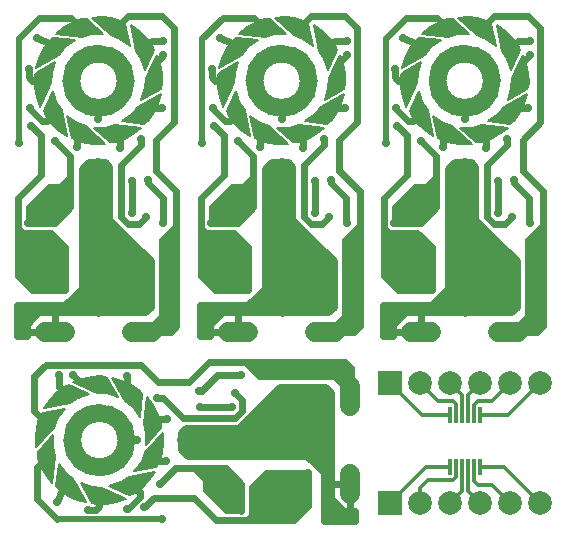
<source format=gbr>
%FSLAX34Y34*%
%MOMM*%
%LNCOPPER_TOP*%
G71*
G01*
%ADD10C, 2.000*%
%ADD11R, 0.300X1.450*%
%ADD12C, 0.300*%
%ADD13C, 0.700*%
%ADD14C, 0.600*%
%ADD15C, 1.700*%
%ADD16C, 0.500*%
%ADD17C, 0.150*%
%ADD18R, 0.900X0.900*%
%ADD19C, 1.500*%
%LPD*%
G36*
X345597Y-461325D02*
X365597Y-461325D01*
X365597Y-481325D01*
X345597Y-481325D01*
X345597Y-461325D01*
G37*
X380997Y-471325D02*
G54D10*
D03*
X406397Y-471325D02*
G54D10*
D03*
X431797Y-471325D02*
G54D10*
D03*
X457197Y-471325D02*
G54D10*
D03*
X457197Y-369725D02*
G54D10*
D03*
X431797Y-369725D02*
G54D10*
D03*
X406397Y-369725D02*
G54D10*
D03*
X380997Y-369725D02*
G54D10*
D03*
G36*
X345597Y-359725D02*
X365597Y-359725D01*
X365597Y-379725D01*
X345597Y-379725D01*
X345597Y-359725D01*
G37*
X406600Y-441000D02*
G54D11*
D03*
X406600Y-397000D02*
G54D11*
D03*
X411600Y-441000D02*
G54D11*
D03*
X411600Y-397000D02*
G54D11*
D03*
X416600Y-441000D02*
G54D11*
D03*
X416600Y-397000D02*
G54D11*
D03*
X421600Y-441000D02*
G54D11*
D03*
X421600Y-397000D02*
G54D11*
D03*
X426600Y-441000D02*
G54D11*
D03*
X426600Y-397000D02*
G54D11*
D03*
X431600Y-441000D02*
G54D11*
D03*
X431600Y-397000D02*
G54D11*
D03*
X482597Y-471325D02*
G54D10*
D03*
X482597Y-369725D02*
G54D10*
D03*
G54D12*
X406600Y-441000D02*
X385922Y-441000D01*
X355597Y-471325D01*
G54D12*
X411600Y-441000D02*
X411600Y-449400D01*
X409000Y-452000D01*
X388000Y-452000D01*
X381000Y-459000D01*
X380997Y-471325D01*
G54D12*
X416600Y-441000D02*
X416600Y-461122D01*
X406397Y-471325D01*
G54D12*
X421600Y-441000D02*
X421600Y-461128D01*
X431797Y-471325D01*
G54D12*
X426600Y-441000D02*
X426600Y-452600D01*
X430000Y-456000D01*
X441872Y-456000D01*
X457197Y-471325D01*
G54D12*
X431600Y-441000D02*
X452272Y-441000D01*
X482597Y-471325D01*
G54D12*
X431600Y-397000D02*
X455322Y-397000D01*
X482597Y-369725D01*
G54D12*
X426600Y-397000D02*
X426600Y-388400D01*
X430000Y-385000D01*
X441922Y-385000D01*
X457197Y-369725D01*
G54D12*
X421600Y-397000D02*
X421600Y-379922D01*
X431797Y-369725D01*
G54D12*
X416600Y-397000D02*
X416600Y-379928D01*
X406397Y-369725D01*
G54D12*
X411600Y-397000D02*
X411600Y-387600D01*
X409000Y-385000D01*
X396272Y-385000D01*
X380997Y-369725D01*
G54D12*
X406600Y-397000D02*
X382872Y-397000D01*
X355597Y-369725D01*
X109000Y-146000D02*
G54D13*
D03*
X164000Y-80000D02*
G54D13*
D03*
G54D14*
X147000Y-87000D02*
X154000Y-80000D01*
X164000Y-80000D01*
X164000Y-92000D02*
G54D13*
D03*
X163000Y-137000D02*
G54D13*
D03*
G54D14*
X147000Y-141000D02*
X151000Y-137000D01*
X163000Y-137000D01*
G54D14*
X109000Y-146000D02*
X109000Y-137000D01*
X127000Y-171000D02*
G54D13*
D03*
X91000Y-170000D02*
G54D13*
D03*
G54D14*
X123000Y-158000D02*
X127000Y-162000D01*
X127000Y-171000D01*
G54D14*
X95000Y-158000D02*
X91000Y-162000D01*
X91000Y-170000D01*
X51000Y-137000D02*
G54D13*
D03*
X50000Y-104000D02*
G54D13*
D03*
X57000Y-78000D02*
G54D13*
D03*
G54D14*
X72000Y-87000D02*
X67000Y-82000D01*
X57000Y-78000D01*
G54D15*
X137500Y-326500D02*
X154500Y-326500D01*
G54D15*
X63500Y-326500D02*
X80500Y-326500D01*
G54D14*
X123000Y-70000D02*
X134000Y-59000D01*
X163000Y-59000D01*
X173000Y-69000D01*
X173000Y-149000D01*
X158000Y-164000D01*
G54D14*
X158000Y-164000D02*
X158000Y-190000D01*
X175000Y-207000D01*
X175000Y-321000D01*
X151000Y-198000D02*
G54D13*
D03*
G54D14*
X151000Y-198000D02*
X151000Y-200700D01*
X163900Y-213600D01*
X163900Y-233900D01*
X164000Y-234000D01*
X163900Y-233900D01*
X164000Y-234000D02*
G54D13*
D03*
X137000Y-226000D02*
G54D13*
D03*
X137000Y-199000D02*
G54D13*
D03*
X145000Y-163000D02*
G54D13*
D03*
G54D14*
X137000Y-199000D02*
X137000Y-226000D01*
G54D14*
X145000Y-165000D02*
X145000Y-168000D01*
X128000Y-185000D01*
X128000Y-229000D01*
X134000Y-235000D01*
X143000Y-235000D01*
X149000Y-229000D01*
X149000Y-229000D02*
G54D13*
D03*
X49500Y-234000D02*
G54D13*
D03*
X72000Y-165000D02*
G54D13*
D03*
G54D14*
X49000Y-234000D02*
X72000Y-234000D01*
X85000Y-221000D01*
X85000Y-178000D01*
X72000Y-165000D01*
G54D16*
X42000Y-80000D02*
X42000Y-167000D01*
X42000Y-167000D02*
G54D13*
D03*
X81000Y-291000D02*
G54D13*
D03*
G54D14*
X81000Y-291000D02*
X81000Y-283000D01*
X41000Y-243000D01*
X41000Y-213000D01*
X60000Y-194000D01*
X60000Y-160000D01*
X52000Y-152000D01*
X52000Y-152000D02*
G54D13*
D03*
X109000Y-183000D02*
G54D13*
D03*
X109000Y-191000D02*
G54D13*
D03*
G54D14*
X109000Y-183000D02*
X109000Y-191000D01*
X109000Y-310500D01*
G54D14*
X95000Y-70000D02*
X86000Y-61000D01*
X59000Y-61000D01*
X42000Y-78000D01*
G36*
X109000Y-183000D02*
X101000Y-183000D01*
X95000Y-189000D01*
X95000Y-290000D01*
X81000Y-304000D01*
X40000Y-304000D01*
X40000Y-331000D01*
X49000Y-331000D01*
X49000Y-321000D01*
X59000Y-311000D01*
X149000Y-311000D01*
X154000Y-306000D01*
X154000Y-267000D01*
X119000Y-232000D01*
X119000Y-187000D01*
X115000Y-183000D01*
X109000Y-183000D01*
G37*
G54D16*
X109000Y-183000D02*
X101000Y-183000D01*
X95000Y-189000D01*
X95000Y-290000D01*
X81000Y-304000D01*
X40000Y-304000D01*
X40000Y-331000D01*
X49000Y-331000D01*
X49000Y-321000D01*
X59000Y-311000D01*
X149000Y-311000D01*
X154000Y-306000D01*
X154000Y-267000D01*
X119000Y-232000D01*
X119000Y-187000D01*
X115000Y-183000D01*
X109000Y-183000D01*
G36*
X85000Y-196000D02*
X84000Y-196000D01*
X76000Y-204000D01*
X67000Y-204000D01*
X50000Y-221000D01*
X50000Y-233500D01*
X49500Y-234000D01*
X72000Y-234000D01*
X85000Y-221000D01*
X85000Y-196000D01*
G37*
G54D14*
X85000Y-196000D02*
X84000Y-196000D01*
X76000Y-204000D01*
X67000Y-204000D01*
X50000Y-221000D01*
X50000Y-233500D01*
X49500Y-234000D01*
X72000Y-234000D01*
X85000Y-221000D01*
X85000Y-196000D01*
G36*
X41000Y-243000D02*
X69000Y-243000D01*
X81000Y-255000D01*
X81000Y-291000D01*
X53000Y-291000D01*
X41000Y-279000D01*
X41000Y-243000D01*
G37*
G54D14*
X41000Y-243000D02*
X69000Y-243000D01*
X81000Y-255000D01*
X81000Y-291000D01*
X53000Y-291000D01*
X41000Y-279000D01*
X41000Y-243000D01*
G54D14*
X41000Y-239000D02*
X46000Y-244000D01*
G36*
X104958Y-153583D02*
X118964Y-166207D01*
X124059Y-166002D01*
X131599Y-163146D01*
X138418Y-159295D01*
X145292Y-153996D01*
X123350Y-151424D01*
X115205Y-153610D01*
X104958Y-153583D01*
G37*
G54D17*
X104958Y-153583D02*
X118964Y-166207D01*
X124059Y-166002D01*
X131599Y-163146D01*
X138418Y-159295D01*
X145292Y-153996D01*
X123350Y-151424D01*
X115205Y-153610D01*
X104958Y-153583D01*
G36*
X82453Y-143644D02*
X86364Y-162089D01*
X90607Y-164918D01*
X98385Y-167039D01*
X106165Y-167932D01*
X114841Y-167686D01*
X98602Y-152708D01*
X90728Y-149688D01*
X82453Y-143644D01*
G37*
G54D17*
X82453Y-143644D02*
X86364Y-162089D01*
X90607Y-164918D01*
X98385Y-167039D01*
X106165Y-167932D01*
X114841Y-167686D01*
X98602Y-152708D01*
X90728Y-149688D01*
X82453Y-143644D01*
G36*
X70125Y-122236D02*
X62448Y-139457D01*
X64217Y-144240D01*
X69263Y-150528D01*
X75033Y-155823D01*
X82196Y-160724D01*
X77863Y-139061D01*
X73266Y-131990D01*
X70125Y-122236D01*
G37*
G54D17*
X70125Y-122236D02*
X62448Y-139457D01*
X64217Y-144240D01*
X69263Y-150528D01*
X75033Y-155823D01*
X82196Y-160724D01*
X77863Y-139061D01*
X73266Y-131990D01*
X70125Y-122236D01*
G36*
X72406Y-98038D02*
X56072Y-107457D01*
X54693Y-112366D01*
X55079Y-120419D01*
X56634Y-128095D01*
X59549Y-136270D01*
X68776Y-116197D01*
X69214Y-107775D01*
X72406Y-98038D01*
G37*
G54D17*
X72406Y-98038D02*
X56072Y-107457D01*
X54693Y-112366D01*
X55079Y-120419D01*
X56634Y-128095D01*
X59549Y-136270D01*
X68776Y-116197D01*
X69214Y-107775D01*
X72406Y-98038D01*
G36*
X89130Y-79616D02*
X70379Y-77636D01*
X66378Y-80796D01*
X61956Y-87538D01*
X58703Y-94662D01*
X56256Y-102989D01*
X75520Y-92174D01*
X80824Y-85618D01*
X89130Y-79616D01*
G37*
G54D17*
X89130Y-79616D02*
X70379Y-77636D01*
X66378Y-80796D01*
X61956Y-87538D01*
X58703Y-94662D01*
X56256Y-102989D01*
X75520Y-92174D01*
X80824Y-85618D01*
X89130Y-79616D01*
G36*
X113057Y-74430D02*
X99051Y-61806D01*
X93956Y-62012D01*
X86416Y-64867D01*
X79597Y-68718D01*
X72723Y-74016D01*
X94664Y-76589D01*
X102810Y-74403D01*
X113057Y-74430D01*
G37*
G54D17*
X113057Y-74430D02*
X99051Y-61806D01*
X93956Y-62012D01*
X86416Y-64867D01*
X79597Y-68718D01*
X72723Y-74016D01*
X94664Y-76589D01*
X102810Y-74403D01*
X113057Y-74430D01*
G36*
X135573Y-84474D02*
X131662Y-66029D01*
X127419Y-63201D01*
X119641Y-61079D01*
X111860Y-60187D01*
X103185Y-60432D01*
X119424Y-75411D01*
X127298Y-78430D01*
X135573Y-84474D01*
G37*
G54D17*
X135573Y-84474D02*
X131662Y-66029D01*
X127419Y-63201D01*
X119641Y-61079D01*
X111860Y-60187D01*
X103185Y-60432D01*
X119424Y-75411D01*
X127298Y-78430D01*
X135573Y-84474D01*
G36*
X148093Y-105266D02*
X155830Y-88172D01*
X154094Y-83672D01*
X149049Y-77383D01*
X143279Y-72088D01*
X136116Y-67187D01*
X140449Y-88850D01*
X145045Y-95921D01*
X148093Y-105266D01*
G37*
G54D17*
X148093Y-105266D02*
X155830Y-88172D01*
X154094Y-83672D01*
X149049Y-77383D01*
X143279Y-72088D01*
X136116Y-67187D01*
X140449Y-88850D01*
X145045Y-95921D01*
X148093Y-105266D01*
G36*
X145373Y-130042D02*
X161706Y-120622D01*
X163085Y-115713D01*
X162699Y-107660D01*
X161144Y-99985D01*
X158229Y-91810D01*
X149002Y-111882D01*
X148565Y-120304D01*
X145373Y-130042D01*
G37*
G54D17*
X145373Y-130042D02*
X161706Y-120622D01*
X163085Y-115713D01*
X162699Y-107660D01*
X161144Y-99985D01*
X158229Y-91810D01*
X149002Y-111882D01*
X148565Y-120304D01*
X145373Y-130042D01*
G36*
X128885Y-148398D02*
X147636Y-150378D01*
X151637Y-147217D01*
X156058Y-140475D01*
X159312Y-133351D01*
X161759Y-125024D01*
X142495Y-135840D01*
X137191Y-142396D01*
X128885Y-148398D01*
G37*
G54D17*
X128885Y-148398D02*
X147636Y-150378D01*
X151637Y-147217D01*
X156058Y-140475D01*
X159312Y-133351D01*
X161759Y-125024D01*
X142495Y-135840D01*
X137191Y-142396D01*
X128885Y-148398D01*
X147000Y-141000D02*
G54D18*
D03*
X156000Y-112000D02*
G54D18*
D03*
X147000Y-86000D02*
G54D18*
D03*
X123000Y-69000D02*
G54D18*
D03*
X94000Y-69000D02*
G54D18*
D03*
X71000Y-87000D02*
G54D18*
D03*
X62000Y-114000D02*
G54D18*
D03*
X72000Y-141000D02*
G54D18*
D03*
X95000Y-158000D02*
G54D18*
D03*
X124000Y-158000D02*
G54D18*
D03*
G54D19*
G75*
G01X132000Y-114000D02*
G03X132000Y-114000I-23000J0D01*
G01*
G54D14*
X51000Y-137000D02*
X51000Y-138000D01*
X61000Y-148000D01*
X65000Y-148000D01*
X72000Y-141000D01*
G54D14*
X62000Y-114000D02*
X53000Y-114000D01*
X50000Y-111000D01*
X50000Y-104000D01*
G54D14*
X72000Y-326500D02*
X42500Y-326500D01*
X42000Y-327000D01*
G54D14*
X72000Y-326500D02*
X72000Y-308000D01*
G36*
X146000Y-326500D02*
X149500Y-326500D01*
X163000Y-313000D01*
X163000Y-249000D01*
X175000Y-237000D01*
X175000Y-322000D01*
X170000Y-327000D01*
X146500Y-327000D01*
X146000Y-326500D01*
G37*
G54D14*
X146000Y-326500D02*
X149500Y-326500D01*
X163000Y-313000D01*
X163000Y-249000D01*
X175000Y-237000D01*
X175000Y-322000D01*
X170000Y-327000D01*
X146500Y-327000D01*
X146000Y-326500D01*
G54D14*
X164000Y-92000D02*
X159000Y-97000D01*
X264000Y-146000D02*
G54D13*
D03*
X319000Y-80000D02*
G54D13*
D03*
G54D14*
X302000Y-87000D02*
X309000Y-80000D01*
X319000Y-80000D01*
X319000Y-92000D02*
G54D13*
D03*
X318000Y-137000D02*
G54D13*
D03*
G54D14*
X302000Y-141000D02*
X306000Y-137000D01*
X318000Y-137000D01*
G54D14*
X264000Y-146000D02*
X264000Y-137000D01*
X282000Y-171000D02*
G54D13*
D03*
X246000Y-170000D02*
G54D13*
D03*
G54D14*
X278000Y-158000D02*
X282000Y-162000D01*
X282000Y-171000D01*
G54D14*
X250000Y-158000D02*
X246000Y-162000D01*
X246000Y-170000D01*
X206000Y-137000D02*
G54D13*
D03*
X205000Y-104000D02*
G54D13*
D03*
X212000Y-78000D02*
G54D13*
D03*
G54D14*
X227000Y-87000D02*
X222000Y-82000D01*
X212000Y-78000D01*
G54D15*
X292500Y-326500D02*
X309500Y-326500D01*
G54D15*
X218500Y-326500D02*
X235500Y-326500D01*
G54D14*
X278000Y-70000D02*
X289000Y-59000D01*
X318000Y-59000D01*
X328000Y-69000D01*
X328000Y-149000D01*
X313000Y-164000D01*
G54D14*
X313000Y-164000D02*
X313000Y-190000D01*
X330000Y-207000D01*
X330000Y-321000D01*
X306000Y-198000D02*
G54D13*
D03*
G54D14*
X306000Y-198000D02*
X306000Y-200700D01*
X318900Y-213600D01*
X318900Y-233900D01*
X319000Y-234000D01*
X318900Y-233900D01*
X319000Y-234000D02*
G54D13*
D03*
X292000Y-226000D02*
G54D13*
D03*
X292000Y-199000D02*
G54D13*
D03*
X300000Y-163000D02*
G54D13*
D03*
G54D14*
X292000Y-199000D02*
X292000Y-226000D01*
G54D14*
X300000Y-165000D02*
X300000Y-168000D01*
X283000Y-185000D01*
X283000Y-229000D01*
X289000Y-235000D01*
X298000Y-235000D01*
X304000Y-229000D01*
X304000Y-229000D02*
G54D13*
D03*
X204500Y-234000D02*
G54D13*
D03*
X227000Y-165000D02*
G54D13*
D03*
G54D14*
X204000Y-234000D02*
X227000Y-234000D01*
X240000Y-221000D01*
X240000Y-178000D01*
X227000Y-165000D01*
G54D16*
X197000Y-80000D02*
X197000Y-167000D01*
X197000Y-167000D02*
G54D13*
D03*
X236000Y-291000D02*
G54D13*
D03*
G54D14*
X236000Y-291000D02*
X236000Y-283000D01*
X196000Y-243000D01*
X196000Y-213000D01*
X215000Y-194000D01*
X215000Y-160000D01*
X207000Y-152000D01*
X207000Y-152000D02*
G54D13*
D03*
X264000Y-183000D02*
G54D13*
D03*
X264000Y-191000D02*
G54D13*
D03*
G54D14*
X264000Y-183000D02*
X264000Y-191000D01*
X264000Y-310500D01*
G54D14*
X250000Y-70000D02*
X241000Y-61000D01*
X214000Y-61000D01*
X197000Y-78000D01*
G36*
X264000Y-183000D02*
X256000Y-183000D01*
X250000Y-189000D01*
X250000Y-290000D01*
X236000Y-304000D01*
X195000Y-304000D01*
X195000Y-331000D01*
X204000Y-331000D01*
X204000Y-321000D01*
X214000Y-311000D01*
X304000Y-311000D01*
X309000Y-306000D01*
X309000Y-267000D01*
X274000Y-232000D01*
X274000Y-187000D01*
X270000Y-183000D01*
X264000Y-183000D01*
G37*
G54D16*
X264000Y-183000D02*
X256000Y-183000D01*
X250000Y-189000D01*
X250000Y-290000D01*
X236000Y-304000D01*
X195000Y-304000D01*
X195000Y-331000D01*
X204000Y-331000D01*
X204000Y-321000D01*
X214000Y-311000D01*
X304000Y-311000D01*
X309000Y-306000D01*
X309000Y-267000D01*
X274000Y-232000D01*
X274000Y-187000D01*
X270000Y-183000D01*
X264000Y-183000D01*
G36*
X240000Y-196000D02*
X239000Y-196000D01*
X231000Y-204000D01*
X222000Y-204000D01*
X205000Y-221000D01*
X205000Y-233500D01*
X204500Y-234000D01*
X227000Y-234000D01*
X240000Y-221000D01*
X240000Y-196000D01*
G37*
G54D14*
X240000Y-196000D02*
X239000Y-196000D01*
X231000Y-204000D01*
X222000Y-204000D01*
X205000Y-221000D01*
X205000Y-233500D01*
X204500Y-234000D01*
X227000Y-234000D01*
X240000Y-221000D01*
X240000Y-196000D01*
G36*
X196000Y-243000D02*
X224000Y-243000D01*
X236000Y-255000D01*
X236000Y-291000D01*
X208000Y-291000D01*
X196000Y-279000D01*
X196000Y-243000D01*
G37*
G54D14*
X196000Y-243000D02*
X224000Y-243000D01*
X236000Y-255000D01*
X236000Y-291000D01*
X208000Y-291000D01*
X196000Y-279000D01*
X196000Y-243000D01*
G54D14*
X196000Y-239000D02*
X201000Y-244000D01*
G36*
X259958Y-153583D02*
X273964Y-166207D01*
X279059Y-166002D01*
X286599Y-163146D01*
X293418Y-159295D01*
X300292Y-153996D01*
X278350Y-151424D01*
X270205Y-153610D01*
X259958Y-153583D01*
G37*
G54D17*
X259958Y-153583D02*
X273964Y-166207D01*
X279059Y-166002D01*
X286599Y-163146D01*
X293418Y-159295D01*
X300292Y-153996D01*
X278350Y-151424D01*
X270205Y-153610D01*
X259958Y-153583D01*
G36*
X237453Y-143644D02*
X241364Y-162089D01*
X245607Y-164918D01*
X253385Y-167039D01*
X261165Y-167932D01*
X269841Y-167686D01*
X253602Y-152708D01*
X245728Y-149688D01*
X237453Y-143644D01*
G37*
G54D17*
X237453Y-143644D02*
X241364Y-162089D01*
X245607Y-164918D01*
X253385Y-167039D01*
X261165Y-167932D01*
X269841Y-167686D01*
X253602Y-152708D01*
X245728Y-149688D01*
X237453Y-143644D01*
G36*
X225125Y-122236D02*
X217448Y-139457D01*
X219217Y-144240D01*
X224263Y-150528D01*
X230033Y-155823D01*
X237196Y-160724D01*
X232863Y-139061D01*
X228266Y-131990D01*
X225125Y-122236D01*
G37*
G54D17*
X225125Y-122236D02*
X217448Y-139457D01*
X219217Y-144240D01*
X224263Y-150528D01*
X230033Y-155823D01*
X237196Y-160724D01*
X232863Y-139061D01*
X228266Y-131990D01*
X225125Y-122236D01*
G36*
X227406Y-98038D02*
X211072Y-107457D01*
X209693Y-112366D01*
X210079Y-120419D01*
X211634Y-128095D01*
X214549Y-136270D01*
X223776Y-116197D01*
X224214Y-107775D01*
X227406Y-98038D01*
G37*
G54D17*
X227406Y-98038D02*
X211072Y-107457D01*
X209693Y-112366D01*
X210079Y-120419D01*
X211634Y-128095D01*
X214549Y-136270D01*
X223776Y-116197D01*
X224214Y-107775D01*
X227406Y-98038D01*
G36*
X244130Y-79616D02*
X225379Y-77636D01*
X221378Y-80796D01*
X216956Y-87538D01*
X213703Y-94662D01*
X211256Y-102989D01*
X230520Y-92174D01*
X235824Y-85618D01*
X244130Y-79616D01*
G37*
G54D17*
X244130Y-79616D02*
X225379Y-77636D01*
X221378Y-80796D01*
X216956Y-87538D01*
X213703Y-94662D01*
X211256Y-102989D01*
X230520Y-92174D01*
X235824Y-85618D01*
X244130Y-79616D01*
G36*
X268057Y-74430D02*
X254051Y-61806D01*
X248956Y-62012D01*
X241416Y-64867D01*
X234597Y-68718D01*
X227723Y-74016D01*
X249664Y-76589D01*
X257810Y-74403D01*
X268057Y-74430D01*
G37*
G54D17*
X268057Y-74430D02*
X254051Y-61806D01*
X248956Y-62012D01*
X241416Y-64867D01*
X234597Y-68718D01*
X227723Y-74016D01*
X249664Y-76589D01*
X257810Y-74403D01*
X268057Y-74430D01*
G36*
X290573Y-84474D02*
X286662Y-66029D01*
X282419Y-63201D01*
X274641Y-61079D01*
X266860Y-60187D01*
X258185Y-60432D01*
X274424Y-75411D01*
X282298Y-78430D01*
X290573Y-84474D01*
G37*
G54D17*
X290573Y-84474D02*
X286662Y-66029D01*
X282419Y-63201D01*
X274641Y-61079D01*
X266860Y-60187D01*
X258185Y-60432D01*
X274424Y-75411D01*
X282298Y-78430D01*
X290573Y-84474D01*
G36*
X303093Y-105266D02*
X310830Y-88172D01*
X309094Y-83672D01*
X304049Y-77383D01*
X298279Y-72088D01*
X291116Y-67187D01*
X295449Y-88850D01*
X300045Y-95921D01*
X303093Y-105266D01*
G37*
G54D17*
X303093Y-105266D02*
X310830Y-88172D01*
X309094Y-83672D01*
X304049Y-77383D01*
X298279Y-72088D01*
X291116Y-67187D01*
X295449Y-88850D01*
X300045Y-95921D01*
X303093Y-105266D01*
G36*
X300373Y-130042D02*
X316706Y-120622D01*
X318085Y-115713D01*
X317699Y-107660D01*
X316144Y-99985D01*
X313229Y-91810D01*
X304002Y-111882D01*
X303565Y-120304D01*
X300373Y-130042D01*
G37*
G54D17*
X300373Y-130042D02*
X316706Y-120622D01*
X318085Y-115713D01*
X317699Y-107660D01*
X316144Y-99985D01*
X313229Y-91810D01*
X304002Y-111882D01*
X303565Y-120304D01*
X300373Y-130042D01*
G36*
X283885Y-148398D02*
X302636Y-150378D01*
X306637Y-147217D01*
X311058Y-140475D01*
X314312Y-133351D01*
X316759Y-125024D01*
X297495Y-135840D01*
X292191Y-142396D01*
X283885Y-148398D01*
G37*
G54D17*
X283885Y-148398D02*
X302636Y-150378D01*
X306637Y-147217D01*
X311058Y-140475D01*
X314312Y-133351D01*
X316759Y-125024D01*
X297495Y-135840D01*
X292191Y-142396D01*
X283885Y-148398D01*
X302000Y-141000D02*
G54D18*
D03*
X311000Y-112000D02*
G54D18*
D03*
X302000Y-86000D02*
G54D18*
D03*
X278000Y-69000D02*
G54D18*
D03*
X249000Y-69000D02*
G54D18*
D03*
X226000Y-87000D02*
G54D18*
D03*
X217000Y-114000D02*
G54D18*
D03*
X227000Y-141000D02*
G54D18*
D03*
X250000Y-158000D02*
G54D18*
D03*
X279000Y-158000D02*
G54D18*
D03*
G54D19*
G75*
G01X287000Y-114000D02*
G03X287000Y-114000I-23000J0D01*
G01*
G54D14*
X206000Y-137000D02*
X206000Y-138000D01*
X216000Y-148000D01*
X220000Y-148000D01*
X227000Y-141000D01*
G54D14*
X217000Y-114000D02*
X208000Y-114000D01*
X205000Y-111000D01*
X205000Y-104000D01*
G54D14*
X227000Y-326500D02*
X197500Y-326500D01*
X197000Y-327000D01*
G54D14*
X227000Y-326500D02*
X227000Y-308000D01*
G36*
X301000Y-326500D02*
X304500Y-326500D01*
X318000Y-313000D01*
X318000Y-249000D01*
X330000Y-237000D01*
X330000Y-322000D01*
X325000Y-327000D01*
X301500Y-327000D01*
X301000Y-326500D01*
G37*
G54D14*
X301000Y-326500D02*
X304500Y-326500D01*
X318000Y-313000D01*
X318000Y-249000D01*
X330000Y-237000D01*
X330000Y-322000D01*
X325000Y-327000D01*
X301500Y-327000D01*
X301000Y-326500D01*
G54D14*
X319000Y-92000D02*
X314000Y-97000D01*
X419000Y-146000D02*
G54D13*
D03*
X474000Y-80000D02*
G54D13*
D03*
G54D14*
X457000Y-87000D02*
X464000Y-80000D01*
X474000Y-80000D01*
X474000Y-92000D02*
G54D13*
D03*
X473000Y-137000D02*
G54D13*
D03*
G54D14*
X457000Y-141000D02*
X461000Y-137000D01*
X473000Y-137000D01*
G54D14*
X419000Y-146000D02*
X419000Y-137000D01*
X437000Y-171000D02*
G54D13*
D03*
X401000Y-170000D02*
G54D13*
D03*
G54D14*
X433000Y-158000D02*
X437000Y-162000D01*
X437000Y-171000D01*
G54D14*
X405000Y-158000D02*
X401000Y-162000D01*
X401000Y-170000D01*
X361000Y-137000D02*
G54D13*
D03*
X360000Y-104000D02*
G54D13*
D03*
X367000Y-78000D02*
G54D13*
D03*
G54D14*
X382000Y-87000D02*
X377000Y-82000D01*
X367000Y-78000D01*
G54D15*
X447500Y-326500D02*
X464500Y-326500D01*
G54D15*
X373500Y-326500D02*
X390500Y-326500D01*
G54D14*
X433000Y-70000D02*
X444000Y-59000D01*
X473000Y-59000D01*
X483000Y-69000D01*
X483000Y-149000D01*
X468000Y-164000D01*
G54D14*
X468000Y-164000D02*
X468000Y-190000D01*
X485000Y-207000D01*
X485000Y-321000D01*
X461000Y-198000D02*
G54D13*
D03*
G54D14*
X461000Y-198000D02*
X461000Y-200700D01*
X473900Y-213600D01*
X473900Y-233900D01*
X474000Y-234000D01*
X473900Y-233900D01*
X474000Y-234000D02*
G54D13*
D03*
X447000Y-226000D02*
G54D13*
D03*
X447000Y-199000D02*
G54D13*
D03*
X455000Y-163000D02*
G54D13*
D03*
G54D14*
X447000Y-199000D02*
X447000Y-226000D01*
G54D14*
X455000Y-165000D02*
X455000Y-168000D01*
X438000Y-185000D01*
X438000Y-229000D01*
X444000Y-235000D01*
X453000Y-235000D01*
X459000Y-229000D01*
X459000Y-229000D02*
G54D13*
D03*
X359500Y-234000D02*
G54D13*
D03*
X382000Y-165000D02*
G54D13*
D03*
G54D14*
X359000Y-234000D02*
X382000Y-234000D01*
X395000Y-221000D01*
X395000Y-178000D01*
X382000Y-165000D01*
G54D16*
X352000Y-80000D02*
X352000Y-167000D01*
X352000Y-167000D02*
G54D13*
D03*
X391000Y-291000D02*
G54D13*
D03*
G54D14*
X391000Y-291000D02*
X391000Y-283000D01*
X351000Y-243000D01*
X351000Y-213000D01*
X370000Y-194000D01*
X370000Y-160000D01*
X362000Y-152000D01*
X362000Y-152000D02*
G54D13*
D03*
X419000Y-183000D02*
G54D13*
D03*
X419000Y-191000D02*
G54D13*
D03*
G54D14*
X419000Y-183000D02*
X419000Y-191000D01*
X419000Y-310500D01*
G54D14*
X405000Y-70000D02*
X396000Y-61000D01*
X369000Y-61000D01*
X352000Y-78000D01*
G36*
X419000Y-183000D02*
X411000Y-183000D01*
X405000Y-189000D01*
X405000Y-290000D01*
X391000Y-304000D01*
X350000Y-304000D01*
X350000Y-331000D01*
X359000Y-331000D01*
X359000Y-321000D01*
X369000Y-311000D01*
X459000Y-311000D01*
X464000Y-306000D01*
X464000Y-267000D01*
X429000Y-232000D01*
X429000Y-187000D01*
X425000Y-183000D01*
X419000Y-183000D01*
G37*
G54D16*
X419000Y-183000D02*
X411000Y-183000D01*
X405000Y-189000D01*
X405000Y-290000D01*
X391000Y-304000D01*
X350000Y-304000D01*
X350000Y-331000D01*
X359000Y-331000D01*
X359000Y-321000D01*
X369000Y-311000D01*
X459000Y-311000D01*
X464000Y-306000D01*
X464000Y-267000D01*
X429000Y-232000D01*
X429000Y-187000D01*
X425000Y-183000D01*
X419000Y-183000D01*
G36*
X395000Y-196000D02*
X394000Y-196000D01*
X386000Y-204000D01*
X377000Y-204000D01*
X360000Y-221000D01*
X360000Y-233500D01*
X359500Y-234000D01*
X382000Y-234000D01*
X395000Y-221000D01*
X395000Y-196000D01*
G37*
G54D14*
X395000Y-196000D02*
X394000Y-196000D01*
X386000Y-204000D01*
X377000Y-204000D01*
X360000Y-221000D01*
X360000Y-233500D01*
X359500Y-234000D01*
X382000Y-234000D01*
X395000Y-221000D01*
X395000Y-196000D01*
G36*
X351000Y-243000D02*
X379000Y-243000D01*
X391000Y-255000D01*
X391000Y-291000D01*
X363000Y-291000D01*
X351000Y-279000D01*
X351000Y-243000D01*
G37*
G54D14*
X351000Y-243000D02*
X379000Y-243000D01*
X391000Y-255000D01*
X391000Y-291000D01*
X363000Y-291000D01*
X351000Y-279000D01*
X351000Y-243000D01*
G54D14*
X351000Y-239000D02*
X356000Y-244000D01*
G36*
X414958Y-153583D02*
X428964Y-166207D01*
X434059Y-166002D01*
X441599Y-163146D01*
X448418Y-159295D01*
X455292Y-153996D01*
X433350Y-151424D01*
X425205Y-153610D01*
X414958Y-153583D01*
G37*
G54D17*
X414958Y-153583D02*
X428964Y-166207D01*
X434059Y-166002D01*
X441599Y-163146D01*
X448418Y-159295D01*
X455292Y-153996D01*
X433350Y-151424D01*
X425205Y-153610D01*
X414958Y-153583D01*
G36*
X392453Y-143644D02*
X396364Y-162089D01*
X400607Y-164918D01*
X408385Y-167039D01*
X416165Y-167932D01*
X424841Y-167686D01*
X408602Y-152708D01*
X400728Y-149688D01*
X392453Y-143644D01*
G37*
G54D17*
X392453Y-143644D02*
X396364Y-162089D01*
X400607Y-164918D01*
X408385Y-167039D01*
X416165Y-167932D01*
X424841Y-167686D01*
X408602Y-152708D01*
X400728Y-149688D01*
X392453Y-143644D01*
G36*
X380125Y-122236D02*
X372448Y-139457D01*
X374217Y-144240D01*
X379263Y-150528D01*
X385033Y-155823D01*
X392196Y-160724D01*
X387863Y-139061D01*
X383266Y-131990D01*
X380125Y-122236D01*
G37*
G54D17*
X380125Y-122236D02*
X372448Y-139457D01*
X374217Y-144240D01*
X379263Y-150528D01*
X385033Y-155823D01*
X392196Y-160724D01*
X387863Y-139061D01*
X383266Y-131990D01*
X380125Y-122236D01*
G36*
X382406Y-98038D02*
X366072Y-107457D01*
X364693Y-112366D01*
X365079Y-120419D01*
X366634Y-128095D01*
X369549Y-136270D01*
X378776Y-116197D01*
X379214Y-107775D01*
X382406Y-98038D01*
G37*
G54D17*
X382406Y-98038D02*
X366072Y-107457D01*
X364693Y-112366D01*
X365079Y-120419D01*
X366634Y-128095D01*
X369549Y-136270D01*
X378776Y-116197D01*
X379214Y-107775D01*
X382406Y-98038D01*
G36*
X399130Y-79616D02*
X380379Y-77636D01*
X376378Y-80796D01*
X371956Y-87538D01*
X368703Y-94662D01*
X366256Y-102989D01*
X385520Y-92174D01*
X390824Y-85618D01*
X399130Y-79616D01*
G37*
G54D17*
X399130Y-79616D02*
X380379Y-77636D01*
X376378Y-80796D01*
X371956Y-87538D01*
X368703Y-94662D01*
X366256Y-102989D01*
X385520Y-92174D01*
X390824Y-85618D01*
X399130Y-79616D01*
G36*
X423057Y-74430D02*
X409051Y-61806D01*
X403956Y-62012D01*
X396416Y-64867D01*
X389597Y-68718D01*
X382723Y-74016D01*
X404664Y-76589D01*
X412810Y-74403D01*
X423057Y-74430D01*
G37*
G54D17*
X423057Y-74430D02*
X409051Y-61806D01*
X403956Y-62012D01*
X396416Y-64867D01*
X389597Y-68718D01*
X382723Y-74016D01*
X404664Y-76589D01*
X412810Y-74403D01*
X423057Y-74430D01*
G36*
X445573Y-84474D02*
X441662Y-66029D01*
X437419Y-63201D01*
X429641Y-61079D01*
X421860Y-60187D01*
X413185Y-60432D01*
X429424Y-75411D01*
X437298Y-78430D01*
X445573Y-84474D01*
G37*
G54D17*
X445573Y-84474D02*
X441662Y-66029D01*
X437419Y-63201D01*
X429641Y-61079D01*
X421860Y-60187D01*
X413185Y-60432D01*
X429424Y-75411D01*
X437298Y-78430D01*
X445573Y-84474D01*
G36*
X458093Y-105266D02*
X465830Y-88172D01*
X464094Y-83672D01*
X459049Y-77383D01*
X453279Y-72088D01*
X446116Y-67187D01*
X450449Y-88850D01*
X455045Y-95921D01*
X458093Y-105266D01*
G37*
G54D17*
X458093Y-105266D02*
X465830Y-88172D01*
X464094Y-83672D01*
X459049Y-77383D01*
X453279Y-72088D01*
X446116Y-67187D01*
X450449Y-88850D01*
X455045Y-95921D01*
X458093Y-105266D01*
G36*
X455373Y-130042D02*
X471706Y-120622D01*
X473085Y-115713D01*
X472699Y-107660D01*
X471144Y-99985D01*
X468229Y-91810D01*
X459002Y-111882D01*
X458565Y-120304D01*
X455373Y-130042D01*
G37*
G54D17*
X455373Y-130042D02*
X471706Y-120622D01*
X473085Y-115713D01*
X472699Y-107660D01*
X471144Y-99985D01*
X468229Y-91810D01*
X459002Y-111882D01*
X458565Y-120304D01*
X455373Y-130042D01*
G36*
X438885Y-148398D02*
X457636Y-150378D01*
X461637Y-147217D01*
X466058Y-140475D01*
X469312Y-133351D01*
X471759Y-125024D01*
X452495Y-135840D01*
X447191Y-142396D01*
X438885Y-148398D01*
G37*
G54D17*
X438885Y-148398D02*
X457636Y-150378D01*
X461637Y-147217D01*
X466058Y-140475D01*
X469312Y-133351D01*
X471759Y-125024D01*
X452495Y-135840D01*
X447191Y-142396D01*
X438885Y-148398D01*
X457000Y-141000D02*
G54D18*
D03*
X466000Y-112000D02*
G54D18*
D03*
X457000Y-86000D02*
G54D18*
D03*
X433000Y-69000D02*
G54D18*
D03*
X404000Y-69000D02*
G54D18*
D03*
X381000Y-87000D02*
G54D18*
D03*
X372000Y-114000D02*
G54D18*
D03*
X382000Y-141000D02*
G54D18*
D03*
X405000Y-158000D02*
G54D18*
D03*
X434000Y-158000D02*
G54D18*
D03*
G54D19*
G75*
G01X442000Y-114000D02*
G03X442000Y-114000I-23000J0D01*
G01*
G54D14*
X361000Y-137000D02*
X361000Y-138000D01*
X371000Y-148000D01*
X375000Y-148000D01*
X382000Y-141000D01*
G54D14*
X372000Y-114000D02*
X363000Y-114000D01*
X360000Y-111000D01*
X360000Y-104000D01*
G54D14*
X382000Y-326500D02*
X352500Y-326500D01*
X352000Y-327000D01*
G54D14*
X382000Y-326500D02*
X382000Y-308000D01*
G36*
X456000Y-326500D02*
X459500Y-326500D01*
X473000Y-313000D01*
X473000Y-249000D01*
X485000Y-237000D01*
X485000Y-322000D01*
X480000Y-327000D01*
X456500Y-327000D01*
X456000Y-326500D01*
G37*
G54D14*
X456000Y-326500D02*
X459500Y-326500D01*
X473000Y-313000D01*
X473000Y-249000D01*
X485000Y-237000D01*
X485000Y-322000D01*
X480000Y-327000D01*
X456500Y-327000D01*
X456000Y-326500D01*
G54D14*
X474000Y-92000D02*
X469000Y-97000D01*
X141750Y-418250D02*
G54D13*
D03*
X75750Y-363250D02*
G54D13*
D03*
G54D14*
X82750Y-380250D02*
X75750Y-373250D01*
X75750Y-363250D01*
X87750Y-363250D02*
G54D13*
D03*
X132750Y-364250D02*
G54D13*
D03*
G54D14*
X136750Y-380250D02*
X132750Y-376250D01*
X132750Y-364250D01*
G54D14*
X141750Y-418250D02*
X132750Y-418250D01*
X166750Y-400250D02*
G54D13*
D03*
X165750Y-436250D02*
G54D13*
D03*
G54D14*
X153750Y-404250D02*
X157750Y-400250D01*
X166750Y-400250D01*
G54D14*
X153750Y-432250D02*
X157750Y-436250D01*
X165750Y-436250D01*
X132750Y-476250D02*
G54D13*
D03*
X99750Y-477250D02*
G54D13*
D03*
X73750Y-470250D02*
G54D13*
D03*
G54D14*
X82750Y-455250D02*
X77750Y-460250D01*
X73750Y-470250D01*
G54D15*
X322250Y-389750D02*
X322250Y-372750D01*
G54D15*
X322250Y-463750D02*
X322250Y-446750D01*
G54D14*
X65750Y-404250D02*
X54750Y-393250D01*
X54750Y-364250D01*
X64750Y-354250D01*
X144750Y-354250D01*
X159750Y-369250D01*
G54D14*
X159750Y-369250D02*
X185750Y-369250D01*
X202750Y-352250D01*
X316750Y-352250D01*
X193750Y-376250D02*
G54D13*
D03*
G54D14*
X193750Y-376250D02*
X196450Y-376250D01*
X209350Y-363350D01*
X229650Y-363350D01*
X229750Y-363250D01*
X229650Y-363350D01*
X229750Y-363250D02*
G54D13*
D03*
X221750Y-390250D02*
G54D13*
D03*
X194750Y-390250D02*
G54D13*
D03*
X158750Y-382250D02*
G54D13*
D03*
G54D14*
X194750Y-390250D02*
X221750Y-390250D01*
G54D14*
X160750Y-382250D02*
X163750Y-382250D01*
X180750Y-399250D01*
X224750Y-399250D01*
X230750Y-393250D01*
X230750Y-384250D01*
X224750Y-378250D01*
X224750Y-378250D02*
G54D13*
D03*
X229750Y-477750D02*
G54D13*
D03*
X160750Y-455250D02*
G54D13*
D03*
G54D14*
X229750Y-478250D02*
X229750Y-455250D01*
X216750Y-442250D01*
X173750Y-442250D01*
X160750Y-455250D01*
G54D16*
X75750Y-485250D02*
X162750Y-485250D01*
X162750Y-485250D02*
G54D13*
D03*
X286750Y-446250D02*
G54D13*
D03*
G54D14*
X286750Y-446250D02*
X278750Y-446250D01*
X238750Y-486250D01*
X208750Y-486250D01*
X189750Y-467250D01*
X155750Y-467250D01*
X147750Y-475250D01*
X147750Y-475250D02*
G54D13*
D03*
X178750Y-418250D02*
G54D13*
D03*
X186750Y-418250D02*
G54D13*
D03*
G54D14*
X178750Y-418250D02*
X186750Y-418250D01*
X306250Y-418250D01*
G54D14*
X65750Y-432250D02*
X56750Y-441250D01*
X56750Y-468250D01*
X73750Y-485250D01*
G36*
X178750Y-418250D02*
X178750Y-426250D01*
X184750Y-432250D01*
X285750Y-432250D01*
X299750Y-446250D01*
X299750Y-487250D01*
X326750Y-487250D01*
X326750Y-478250D01*
X316750Y-478250D01*
X306750Y-468250D01*
X306750Y-378250D01*
X301750Y-373250D01*
X262750Y-373250D01*
X227750Y-408250D01*
X182750Y-408250D01*
X178750Y-412250D01*
X178750Y-418250D01*
G37*
G54D16*
X178750Y-418250D02*
X178750Y-426250D01*
X184750Y-432250D01*
X285750Y-432250D01*
X299750Y-446250D01*
X299750Y-487250D01*
X326750Y-487250D01*
X326750Y-478250D01*
X316750Y-478250D01*
X306750Y-468250D01*
X306750Y-378250D01*
X301750Y-373250D01*
X262750Y-373250D01*
X227750Y-408250D01*
X182750Y-408250D01*
X178750Y-412250D01*
X178750Y-418250D01*
G36*
X191750Y-442250D02*
X191750Y-443250D01*
X199750Y-451250D01*
X199750Y-460250D01*
X216750Y-477250D01*
X229250Y-477250D01*
X229750Y-477750D01*
X229750Y-455250D01*
X216750Y-442250D01*
X191750Y-442250D01*
G37*
G54D14*
X191750Y-442250D02*
X191750Y-443250D01*
X199750Y-451250D01*
X199750Y-460250D01*
X216750Y-477250D01*
X229250Y-477250D01*
X229750Y-477750D01*
X229750Y-455250D01*
X216750Y-442250D01*
X191750Y-442250D01*
G36*
X238750Y-486250D02*
X238750Y-458250D01*
X250750Y-446250D01*
X286750Y-446250D01*
X286750Y-474250D01*
X274750Y-486250D01*
X238750Y-486250D01*
G37*
G54D14*
X238750Y-486250D02*
X238750Y-458250D01*
X250750Y-446250D01*
X286750Y-446250D01*
X286750Y-474250D01*
X274750Y-486250D01*
X238750Y-486250D01*
G54D14*
X234750Y-486250D02*
X239750Y-481250D01*
G36*
X149333Y-422292D02*
X161957Y-408286D01*
X161751Y-403191D01*
X158896Y-395652D01*
X155045Y-388832D01*
X149746Y-381958D01*
X147174Y-403900D01*
X149360Y-412045D01*
X149333Y-422292D01*
G37*
G54D17*
X149333Y-422292D02*
X161957Y-408286D01*
X161751Y-403191D01*
X158896Y-395652D01*
X155045Y-388832D01*
X149746Y-381958D01*
X147174Y-403900D01*
X149360Y-412045D01*
X149333Y-422292D01*
G36*
X139394Y-444797D02*
X157839Y-440886D01*
X160668Y-436643D01*
X162789Y-428865D01*
X163682Y-421085D01*
X163436Y-412409D01*
X148457Y-428648D01*
X145438Y-436522D01*
X139394Y-444797D01*
G37*
G54D17*
X139394Y-444797D02*
X157839Y-440886D01*
X160668Y-436643D01*
X162789Y-428865D01*
X163682Y-421085D01*
X163436Y-412409D01*
X148457Y-428648D01*
X145438Y-436522D01*
X139394Y-444797D01*
G36*
X117986Y-457125D02*
X135207Y-464802D01*
X139990Y-463033D01*
X146277Y-457987D01*
X151573Y-452218D01*
X156474Y-445054D01*
X134811Y-449388D01*
X127740Y-453984D01*
X117986Y-457125D01*
G37*
G54D17*
X117986Y-457125D02*
X135207Y-464802D01*
X139990Y-463033D01*
X146277Y-457987D01*
X151573Y-452218D01*
X156474Y-445054D01*
X134811Y-449388D01*
X127740Y-453984D01*
X117986Y-457125D01*
G36*
X93788Y-454844D02*
X103207Y-471178D01*
X108116Y-472557D01*
X116169Y-472171D01*
X123845Y-470616D01*
X132020Y-467701D01*
X111947Y-458474D01*
X103525Y-458036D01*
X93788Y-454844D01*
G37*
G54D17*
X93788Y-454844D02*
X103207Y-471178D01*
X108116Y-472557D01*
X116169Y-472171D01*
X123845Y-470616D01*
X132020Y-467701D01*
X111947Y-458474D01*
X103525Y-458036D01*
X93788Y-454844D01*
G36*
X75366Y-438120D02*
X73386Y-456871D01*
X76546Y-460872D01*
X83288Y-465294D01*
X90412Y-468547D01*
X98739Y-470994D01*
X87924Y-451730D01*
X81367Y-446426D01*
X75366Y-438120D01*
G37*
G54D17*
X75366Y-438120D02*
X73386Y-456871D01*
X76546Y-460872D01*
X83288Y-465294D01*
X90412Y-468547D01*
X98739Y-470994D01*
X87924Y-451730D01*
X81367Y-446426D01*
X75366Y-438120D01*
G36*
X70180Y-414193D02*
X57556Y-428199D01*
X57762Y-433294D01*
X60617Y-440834D01*
X64468Y-447653D01*
X69766Y-454527D01*
X72339Y-432586D01*
X70153Y-424440D01*
X70180Y-414193D01*
G37*
G54D17*
X70180Y-414193D02*
X57556Y-428199D01*
X57762Y-433294D01*
X60617Y-440834D01*
X64468Y-447653D01*
X69766Y-454527D01*
X72339Y-432586D01*
X70153Y-424440D01*
X70180Y-414193D01*
G36*
X80224Y-391678D02*
X61779Y-395588D01*
X58951Y-399831D01*
X56829Y-407609D01*
X55937Y-415390D01*
X56182Y-424066D01*
X71161Y-407826D01*
X74180Y-399952D01*
X80224Y-391678D01*
G37*
G54D17*
X80224Y-391678D02*
X61779Y-395588D01*
X58951Y-399831D01*
X56829Y-407609D01*
X55937Y-415390D01*
X56182Y-424066D01*
X71161Y-407826D01*
X74180Y-399952D01*
X80224Y-391678D01*
G36*
X101016Y-379156D02*
X83922Y-371420D01*
X79421Y-373156D01*
X73133Y-378202D01*
X67838Y-383971D01*
X62937Y-391134D01*
X84600Y-386801D01*
X91671Y-382205D01*
X101016Y-379156D01*
G37*
G54D17*
X101016Y-379156D02*
X83922Y-371420D01*
X79421Y-373156D01*
X73133Y-378202D01*
X67838Y-383971D01*
X62937Y-391134D01*
X84600Y-386801D01*
X91671Y-382205D01*
X101016Y-379156D01*
G36*
X125792Y-381877D02*
X116372Y-365544D01*
X111463Y-364164D01*
X103410Y-364550D01*
X95735Y-366106D01*
X87560Y-369020D01*
X107632Y-378248D01*
X116054Y-378686D01*
X125792Y-381877D01*
G37*
G54D17*
X125792Y-381877D02*
X116372Y-365544D01*
X111463Y-364164D01*
X103410Y-364550D01*
X95735Y-366106D01*
X87560Y-369020D01*
X107632Y-378248D01*
X116054Y-378686D01*
X125792Y-381877D01*
G36*
X144148Y-398365D02*
X146127Y-379614D01*
X142967Y-375613D01*
X136225Y-371192D01*
X129101Y-367938D01*
X120774Y-365491D01*
X131590Y-384755D01*
X138146Y-390059D01*
X144148Y-398365D01*
G37*
G54D17*
X144148Y-398365D02*
X146127Y-379614D01*
X142967Y-375613D01*
X136225Y-371192D01*
X129101Y-367938D01*
X120774Y-365491D01*
X131590Y-384755D01*
X138146Y-390059D01*
X144148Y-398365D01*
X136750Y-380250D02*
G54D18*
D03*
X107750Y-371250D02*
G54D18*
D03*
X81750Y-380250D02*
G54D18*
D03*
X64750Y-404250D02*
G54D18*
D03*
X64750Y-433250D02*
G54D18*
D03*
X82750Y-456250D02*
G54D18*
D03*
X109750Y-465250D02*
G54D18*
D03*
X136750Y-455250D02*
G54D18*
D03*
X153750Y-432250D02*
G54D18*
D03*
X153750Y-403250D02*
G54D18*
D03*
G54D19*
G75*
G01X132750Y-418250D02*
G03X132750Y-418250I-23000J0D01*
G01*
G54D14*
X132750Y-476250D02*
X133750Y-476250D01*
X143750Y-466250D01*
X143750Y-462250D01*
X136750Y-455250D01*
G54D14*
X109750Y-465250D02*
X109750Y-474250D01*
X106750Y-477250D01*
X99750Y-477250D01*
G54D14*
X322250Y-455250D02*
X322250Y-484750D01*
X322750Y-485250D01*
G54D14*
X322250Y-455250D02*
X303750Y-455250D01*
G36*
X322250Y-381250D02*
X322250Y-377750D01*
X308750Y-364250D01*
X244750Y-364250D01*
X232750Y-352250D01*
X317750Y-352250D01*
X322750Y-357250D01*
X322750Y-380750D01*
X322250Y-381250D01*
G37*
G54D14*
X322250Y-381250D02*
X322250Y-377750D01*
X308750Y-364250D01*
X244750Y-364250D01*
X232750Y-352250D01*
X317750Y-352250D01*
X322750Y-357250D01*
X322750Y-380750D01*
X322250Y-381250D01*
G54D14*
X87750Y-363250D02*
X92750Y-368250D01*
M02*

</source>
